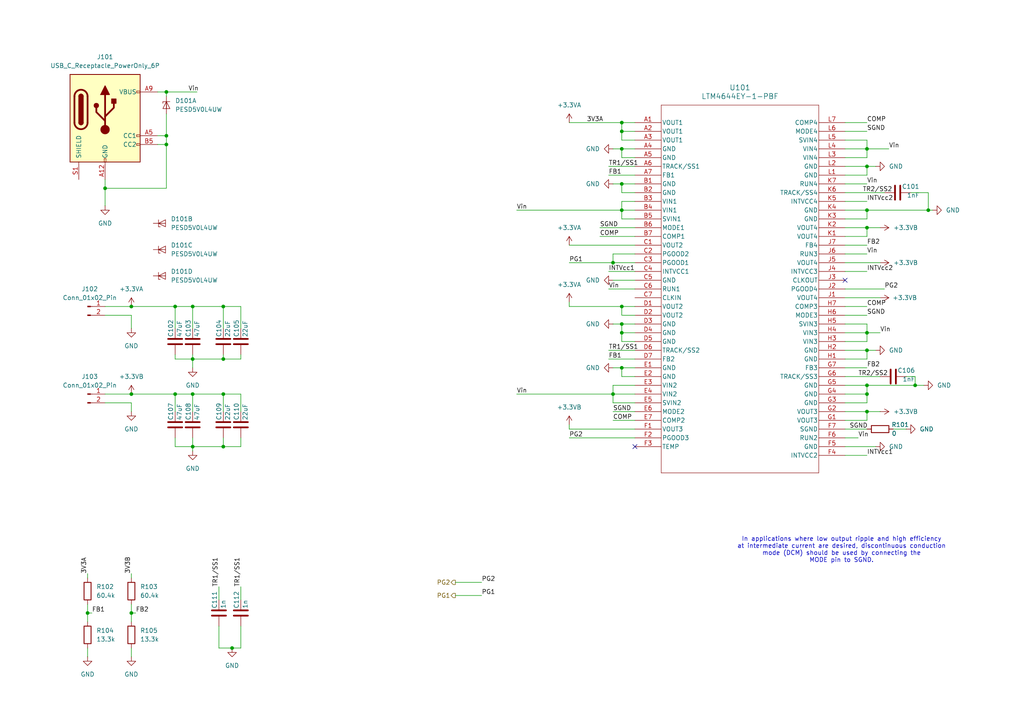
<source format=kicad_sch>
(kicad_sch (version 20231120) (generator "eeschema") (generator_version "8.0")
  (paper "A4")
  (lib_symbols
    (symbol "Connector:Conn_01x02_Pin" (pin_names (offset 1.016) hide)
      (property "Reference" "J" (at 0 2.54 0))
      (property "Value" "Conn_01x02_Pin" (at 0 -5.08 0))
      (symbol "Conn_01x02_Pin_1_1"
        (polyline (pts (xy 1.27 -2.54) (xy 0.8636 -2.54)) (stroke (width 0.1524)))
        (polyline (pts (xy 1.27 0) (xy 0.8636 0)) (stroke (width 0.1524)))
        (rectangle (start 0.8636 -2.413) (end 0 -2.667) (stroke (width 0.1524)) (fill (type outline)))
        (rectangle (start 0.8636 0.127) (end 0 -0.127) (stroke (width 0.1524)) (fill (type outline)))
        (pin passive line (at 5.08 0 180) (length 3.81) (name "Pin_1") (number "1"))
        (pin passive line (at 5.08 -2.54 180) (length 3.81) (name "Pin_2") (number "2"))
      )
    )
    (symbol "Connector:USB_C_Receptacle_PowerOnly_6P" (pin_names (offset 1.016))
      (property "Reference" "J" (at 0 16.51 0))
      (property "Value" "USB_C_Receptacle_PowerOnly_6P" (at 0 13.97 0))
      (symbol "USB_C_Receptacle_PowerOnly_6P_0_0"
        (rectangle (start -0.254 -12.7) (end 0.254 -11.684))
        (rectangle (start 10.16 -7.366) (end 9.144 -7.874))
        (rectangle (start 10.16 -4.826) (end 9.144 -5.334))
        (rectangle (start 10.16 7.874) (end 9.144 7.366))
      )
      (symbol "USB_C_Receptacle_PowerOnly_6P_0_1"
        (rectangle (start -10.16 12.7) (end 10.16 -12.7) (stroke (width 0.254)) (fill (type background)))
        (arc (start -8.89 -1.27) (mid -6.985 -3.1667) (end -5.08 -1.27) (stroke (width 0.508)))
        (arc (start -7.62 -1.27) (mid -6.985 -1.9023) (end -6.35 -1.27) (stroke (width 0.254)))
        (arc (start -7.62 -1.27) (mid -6.985 -1.9023) (end -6.35 -1.27) (stroke (width 0.254)) (fill (type outline)))
        (rectangle (start -7.62 -1.27) (end -6.35 6.35) (stroke (width 0.254)) (fill (type outline)))
        (arc (start -6.35 6.35) (mid -6.985 6.9823) (end -7.62 6.35) (stroke (width 0.254)))
        (arc (start -6.35 6.35) (mid -6.985 6.9823) (end -7.62 6.35) (stroke (width 0.254)) (fill (type outline)))
        (arc (start -5.08 6.35) (mid -6.985 8.2467) (end -8.89 6.35) (stroke (width 0.508)))
        (circle (center -2.54 3.683) (radius 0.635) (stroke (width 0.254)) (fill (type outline)))
        (circle (center 0 -3.302) (radius 1.27) (fill (type outline)))
        (polyline (pts (xy -8.89 -1.27) (xy -8.89 6.35)) (stroke (width 0.508)))
        (polyline (pts (xy -5.08 6.35) (xy -5.08 -1.27)) (stroke (width 0.508)))
        (polyline (pts (xy 0 -3.302) (xy 0 6.858)) (stroke (width 0.508)))
        (polyline (pts (xy 0 -0.762) (xy -2.54 1.778) (xy -2.54 3.048)) (stroke (width 0.508)))
        (polyline (pts (xy 0 0.508) (xy 2.54 3.048) (xy 2.54 4.318)) (stroke (width 0.508)))
        (polyline (pts (xy -1.27 6.858) (xy 0 9.398) (xy 1.27 6.858) (xy -1.27 6.858)) (stroke (width 0.254)) (fill (type outline)))
        (rectangle (start 1.905 4.318) (end 3.175 5.588) (stroke (width 0.254)) (fill (type outline)))
      )
      (symbol "USB_C_Receptacle_PowerOnly_6P_1_1"
        (pin passive line (at 0 -17.78 90) (length 5.08) (name "GND") (number "A12"))
        (pin bidirectional line (at 15.24 -5.08 180) (length 5.08) (name "CC1") (number "A5"))
        (pin passive line (at 15.24 7.62 180) (length 5.08) (name "VBUS") (number "A9"))
        (pin passive line (at 0 -17.78 90) (length 5.08) hide (name "GND") (number "B12"))
        (pin bidirectional line (at 15.24 -7.62 180) (length 5.08) (name "CC2") (number "B5"))
        (pin passive line (at 15.24 7.62 180) (length 5.08) hide (name "VBUS") (number "B9"))
        (pin passive line (at -7.62 -17.78 90) (length 5.08) (name "SHIELD") (number "S1"))
      )
    )
    (symbol "Device:C" (pin_numbers hide) (pin_names (offset 0.254))
      (property "Reference" "C" (at 0.635 2.54 0))
      (property "Value" "C" (at 0.635 -2.54 0))
      (symbol "C_0_1"
        (polyline (pts (xy -2.032 -0.762) (xy 2.032 -0.762)) (stroke (width 0.508)))
        (polyline (pts (xy -2.032 0.762) (xy 2.032 0.762)) (stroke (width 0.508)))
      )
      (symbol "C_1_1"
        (pin passive line (at 0 3.81 270) (length 2.794) (name "~") (number "1"))
        (pin passive line (at 0 -3.81 90) (length 2.794) (name "~") (number "2"))
      )
    )
    (symbol "Device:R" (pin_numbers hide) (pin_names (offset 0))
      (property "Reference" "R" (at 2.032 0 90))
      (property "Value" "R" (at 0 0 90))
      (symbol "R_0_1"
        (rectangle (start -1.016 -2.54) (end 1.016 2.54) (stroke (width 0.254)))
      )
      (symbol "R_1_1"
        (pin passive line (at 0 3.81 270) (length 1.27) (name "~") (number "1"))
        (pin passive line (at 0 -3.81 90) (length 1.27) (name "~") (number "2"))
      )
    )
    (symbol "LTM4644:LTM4644EY-1-PBF" (pin_names (offset 0.254))
      (property "Reference" "U" (at 30.48 10.16 0))
      (property "Value" "LTM4644EY-1-PBF" (at 30.48 7.62 0))
      (symbol "LTM4644EY-1-PBF_1_1"
        (polyline (pts (xy 7.62 -101.6) (xy 53.34 -101.6)) (stroke (width 0.127)))
        (polyline (pts (xy 7.62 5.08) (xy 7.62 -101.6)) (stroke (width 0.127)))
        (polyline (pts (xy 53.34 -101.6) (xy 53.34 5.08)) (stroke (width 0.127)))
        (polyline (pts (xy 53.34 5.08) (xy 7.62 5.08)) (stroke (width 0.127)))
        (pin output line (at 0 0 0) (length 7.62) (name "VOUT1") (number "A1"))
        (pin output line (at 0 -2.54 0) (length 7.62) (name "VOUT1") (number "A2"))
        (pin output line (at 0 -5.08 0) (length 7.62) (name "VOUT1") (number "A3"))
        (pin power_in line (at 0 -7.62 0) (length 7.62) (name "GND") (number "A4"))
        (pin power_in line (at 0 -10.16 0) (length 7.62) (name "GND") (number "A5"))
        (pin unspecified line (at 0 -12.7 0) (length 7.62) (name "TRACK/SS1") (number "A6"))
        (pin unspecified line (at 0 -15.24 0) (length 7.62) (name "FB1") (number "A7"))
        (pin power_in line (at 0 -17.78 0) (length 7.62) (name "GND") (number "B1"))
        (pin power_in line (at 0 -20.32 0) (length 7.62) (name "GND") (number "B2"))
        (pin input line (at 0 -22.86 0) (length 7.62) (name "VIN1") (number "B3"))
        (pin input line (at 0 -25.4 0) (length 7.62) (name "VIN1") (number "B4"))
        (pin input line (at 0 -27.94 0) (length 7.62) (name "SVIN1") (number "B5"))
        (pin unspecified line (at 0 -30.48 0) (length 7.62) (name "MODE1") (number "B6"))
        (pin unspecified line (at 0 -33.02 0) (length 7.62) (name "COMP1") (number "B7"))
        (pin output line (at 0 -35.56 0) (length 7.62) (name "VOUT2") (number "C1"))
        (pin unspecified line (at 0 -38.1 0) (length 7.62) (name "PGOOD2") (number "C2"))
        (pin unspecified line (at 0 -40.64 0) (length 7.62) (name "PGOOD1") (number "C3"))
        (pin power_in line (at 0 -43.18 0) (length 7.62) (name "INTVCC1") (number "C4"))
        (pin power_in line (at 0 -45.72 0) (length 7.62) (name "GND") (number "C5"))
        (pin unspecified line (at 0 -48.26 0) (length 7.62) (name "RUN1") (number "C6"))
        (pin input line (at 0 -50.8 0) (length 7.62) (name "CLKIN") (number "C7"))
        (pin output line (at 0 -53.34 0) (length 7.62) (name "VOUT2") (number "D1"))
        (pin output line (at 0 -55.88 0) (length 7.62) (name "VOUT2") (number "D2"))
        (pin power_in line (at 0 -58.42 0) (length 7.62) (name "GND") (number "D3"))
        (pin power_in line (at 0 -60.96 0) (length 7.62) (name "GND") (number "D4"))
        (pin power_in line (at 0 -63.5 0) (length 7.62) (name "GND") (number "D5"))
        (pin unspecified line (at 0 -66.04 0) (length 7.62) (name "TRACK/SS2") (number "D6"))
        (pin unspecified line (at 0 -68.58 0) (length 7.62) (name "FB2") (number "D7"))
        (pin power_in line (at 0 -71.12 0) (length 7.62) (name "GND") (number "E1"))
        (pin power_in line (at 0 -73.66 0) (length 7.62) (name "GND") (number "E2"))
        (pin input line (at 0 -76.2 0) (length 7.62) (name "VIN2") (number "E3"))
        (pin input line (at 0 -78.74 0) (length 7.62) (name "VIN2") (number "E4"))
        (pin input line (at 0 -81.28 0) (length 7.62) (name "SVIN2") (number "E5"))
        (pin unspecified line (at 0 -83.82 0) (length 7.62) (name "MODE2") (number "E6"))
        (pin unspecified line (at 0 -86.36 0) (length 7.62) (name "COMP2") (number "E7"))
        (pin output line (at 0 -88.9 0) (length 7.62) (name "VOUT3") (number "F1"))
        (pin unspecified line (at 0 -91.44 0) (length 7.62) (name "PGOOD3") (number "F2"))
        (pin unspecified line (at 0 -93.98 0) (length 7.62) (name "TEMP") (number "F3"))
        (pin power_in line (at 60.96 -96.52 180) (length 7.62) (name "INTVCC2") (number "F4"))
        (pin power_in line (at 60.96 -93.98 180) (length 7.62) (name "GND") (number "F5"))
        (pin unspecified line (at 60.96 -91.44 180) (length 7.62) (name "RUN2") (number "F6"))
        (pin power_in line (at 60.96 -88.9 180) (length 7.62) (name "SGND") (number "F7"))
        (pin output line (at 60.96 -86.36 180) (length 7.62) (name "VOUT3") (number "G1"))
        (pin output line (at 60.96 -83.82 180) (length 7.62) (name "VOUT3") (number "G2"))
        (pin power_in line (at 60.96 -81.28 180) (length 7.62) (name "GND") (number "G3"))
        (pin power_in line (at 60.96 -78.74 180) (length 7.62) (name "GND") (number "G4"))
        (pin power_in line (at 60.96 -76.2 180) (length 7.62) (name "GND") (number "G5"))
        (pin unspecified line (at 60.96 -73.66 180) (length 7.62) (name "TRACK/SS3") (number "G6"))
        (pin unspecified line (at 60.96 -71.12 180) (length 7.62) (name "FB3") (number "G7"))
        (pin power_in line (at 60.96 -68.58 180) (length 7.62) (name "GND") (number "H1"))
        (pin power_in line (at 60.96 -66.04 180) (length 7.62) (name "GND") (number "H2"))
        (pin input line (at 60.96 -63.5 180) (length 7.62) (name "VIN3") (number "H3"))
        (pin input line (at 60.96 -60.96 180) (length 7.62) (name "VIN3") (number "H4"))
        (pin input line (at 60.96 -58.42 180) (length 7.62) (name "SVIN3") (number "H5"))
        (pin unspecified line (at 60.96 -55.88 180) (length 7.62) (name "MODE3") (number "H6"))
        (pin unspecified line (at 60.96 -53.34 180) (length 7.62) (name "COMP3") (number "H7"))
        (pin output line (at 60.96 -50.8 180) (length 7.62) (name "VOUT4") (number "J1"))
        (pin unspecified line (at 60.96 -48.26 180) (length 7.62) (name "PGOOD4") (number "J2"))
        (pin output line (at 60.96 -45.72 180) (length 7.62) (name "CLKOUT") (number "J3"))
        (pin power_in line (at 60.96 -43.18 180) (length 7.62) (name "INTVCC3") (number "J4"))
        (pin output line (at 60.96 -40.64 180) (length 7.62) (name "VOUT4") (number "J5"))
        (pin unspecified line (at 60.96 -38.1 180) (length 7.62) (name "RUN3") (number "J6"))
        (pin unspecified line (at 60.96 -35.56 180) (length 7.62) (name "FB4") (number "J7"))
        (pin output line (at 60.96 -33.02 180) (length 7.62) (name "VOUT4") (number "K1"))
        (pin output line (at 60.96 -30.48 180) (length 7.62) (name "VOUT4") (number "K2"))
        (pin power_in line (at 60.96 -27.94 180) (length 7.62) (name "GND") (number "K3"))
        (pin power_in line (at 60.96 -25.4 180) (length 7.62) (name "GND") (number "K4"))
        (pin power_in line (at 60.96 -22.86 180) (length 7.62) (name "INTVCC4") (number "K5"))
        (pin unspecified line (at 60.96 -20.32 180) (length 7.62) (name "TRACK/SS4") (number "K6"))
        (pin unspecified line (at 60.96 -17.78 180) (length 7.62) (name "RUN4") (number "K7"))
        (pin power_in line (at 60.96 -15.24 180) (length 7.62) (name "GND") (number "L1"))
        (pin power_in line (at 60.96 -12.7 180) (length 7.62) (name "GND") (number "L2"))
        (pin input line (at 60.96 -10.16 180) (length 7.62) (name "VIN4") (number "L3"))
        (pin input line (at 60.96 -7.62 180) (length 7.62) (name "VIN4") (number "L4"))
        (pin input line (at 60.96 -5.08 180) (length 7.62) (name "SVIN4") (number "L5"))
        (pin unspecified line (at 60.96 -2.54 180) (length 7.62) (name "MODE4") (number "L6"))
        (pin unspecified line (at 60.96 0 180) (length 7.62) (name "COMP4") (number "L7"))
      )
    )
    (symbol "Power_Protection:PESD5V0L4UW" (pin_numbers hide) (pin_names hide)
      (property "Reference" "D" (at 0 2.54 0))
      (property "Value" "PESD5V0L4UW" (at 0 -2.54 0))
      (symbol "PESD5V0L4UW_0_1"
        (polyline (pts (xy -1.016 0) (xy 1.016 0)))
        (polyline (pts (xy -1.016 1.016) (xy -1.016 -1.016) (xy -0.508 -1.016)))
        (polyline (pts (xy 1.016 1.016) (xy -1.016 0) (xy 1.016 -1.016) (xy 1.016 1.016)))
      )
      (symbol "PESD5V0L4UW_1_1"
        (pin passive line (at -2.54 0 0) (length 2.54) (name "K1") (number "1"))
        (pin passive line (at 2.54 0 180) (length 2.54) (name "A") (number "2"))
      )
      (symbol "PESD5V0L4UW_2_1"
        (pin passive line (at -2.54 0 0) (length 2.54) (name "K2") (number "3"))
      )
      (symbol "PESD5V0L4UW_3_1"
        (pin passive line (at -2.54 0 0) (length 2.54) (name "K3") (number "4"))
      )
      (symbol "PESD5V0L4UW_4_1"
        (pin passive line (at -2.54 0 0) (length 2.54) (name "K4") (number "5"))
      )
    )
    (symbol "power:+3.3V" (power) (pin_numbers hide) (pin_names (offset 0) hide)
      (property "Value" "+3.3V" (at 0 3.556 0))
      (symbol "+3.3V_0_1"
        (polyline (pts (xy -0.762 1.27) (xy 0 2.54)))
        (polyline (pts (xy 0 0) (xy 0 2.54)))
        (polyline (pts (xy 0 2.54) (xy 0.762 1.27)))
      )
      (symbol "+3.3V_1_1"
        (pin power_in line (at 0 0 90) (length 0) (name "~") (number "1"))
      )
    )
    (symbol "power:GND" (power) (pin_numbers hide) (pin_names (offset 0) hide)
      (property "Value" "GND" (at 0 -3.81 0))
      (symbol "GND_0_1"
        (polyline (pts (xy 0 0) (xy 0 -1.27) (xy 1.27 -1.27) (xy 0 -2.54) (xy -1.27 -1.27) (xy 0 -1.27)))
      )
      (symbol "GND_1_1"
        (pin power_in line (at 0 0 270) (length 0) (name "~") (number "1"))
      )
    )
  )
  (junction (at 180.34 38.1))
  (junction (at 38.1 177.8))
  (junction (at 25.4 177.8))
  (junction (at 251.46 114.3))
  (junction (at 180.34 43.18))
  (junction (at 55.88 104.14))
  (junction (at 55.88 129.54))
  (junction (at 180.34 60.96))
  (junction (at 30.48 54.61))
  (junction (at 251.46 119.38))
  (junction (at 177.8 114.3))
  (junction (at 67.31 187.96))
  (junction (at 180.34 93.98))
  (junction (at 180.34 96.52))
  (junction (at 177.8 76.2))
  (junction (at 48.26 41.91))
  (junction (at 38.1 114.3))
  (junction (at 180.34 53.34))
  (junction (at 64.77 104.14))
  (junction (at 251.46 96.52))
  (junction (at 251.46 48.26))
  (junction (at 265.43 111.76))
  (junction (at 55.88 88.9))
  (junction (at 64.77 129.54))
  (junction (at 251.46 101.6))
  (junction (at 180.34 88.9))
  (junction (at 251.46 60.96))
  (junction (at 48.26 39.37))
  (junction (at 38.1 88.9))
  (junction (at 64.77 114.3))
  (junction (at 251.46 43.18))
  (junction (at 251.46 66.04))
  (junction (at 269.24 60.96))
  (junction (at 50.8 114.3))
  (junction (at 180.34 35.56))
  (junction (at 55.88 114.3))
  (junction (at 50.8 88.9))
  (junction (at 48.26 26.67))
  (junction (at 251.46 111.76))
  (junction (at 64.77 88.9))
  (junction (at 180.34 106.68))
  (no_connect (at 184.15 129.54))
  (no_connect (at 245.11 81.28))
  (wire (pts (xy 55.88 88.9) (xy 55.88 95.25)))
  (wire (pts (xy 269.24 55.88) (xy 269.24 60.96)))
  (wire (pts (xy 180.34 106.68) (xy 184.15 106.68)))
  (wire (pts (xy 48.26 54.61) (xy 48.26 41.91)))
  (wire (pts (xy 176.53 83.82) (xy 184.15 83.82)))
  (wire (pts (xy 245.11 60.96) (xy 251.46 60.96)))
  (wire (pts (xy 38.1 175.26) (xy 38.1 177.8)))
  (wire (pts (xy 245.11 88.9) (xy 251.46 88.9)))
  (wire (pts (xy 184.15 63.5) (xy 180.34 63.5)))
  (wire (pts (xy 55.88 129.54) (xy 64.77 129.54)))
  (wire (pts (xy 245.11 111.76) (xy 251.46 111.76)))
  (wire (pts (xy 184.15 104.14) (xy 176.53 104.14)))
  (wire (pts (xy 176.53 50.8) (xy 184.15 50.8)))
  (wire (pts (xy 265.43 109.22) (xy 265.43 111.76)))
  (wire (pts (xy 69.85 170.18) (xy 69.85 173.99)))
  (wire (pts (xy 177.8 119.38) (xy 184.15 119.38)))
  (wire (pts (xy 55.88 104.14) (xy 55.88 102.87)))
  (wire (pts (xy 180.34 43.18) (xy 184.15 43.18)))
  (wire (pts (xy 173.99 68.58) (xy 184.15 68.58)))
  (wire (pts (xy 264.16 55.88) (xy 269.24 55.88)))
  (wire (pts (xy 251.46 116.84) (xy 251.46 114.3)))
  (wire (pts (xy 165.1 88.9) (xy 180.34 88.9)))
  (wire (pts (xy 251.46 40.64) (xy 251.46 43.18)))
  (wire (pts (xy 269.24 60.96) (xy 270.51 60.96)))
  (wire (pts (xy 64.77 102.87) (xy 64.77 104.14)))
  (wire (pts (xy 184.15 99.06) (xy 180.34 99.06)))
  (wire (pts (xy 180.34 60.96) (xy 180.34 58.42)))
  (wire (pts (xy 38.1 91.44) (xy 30.48 91.44)))
  (wire (pts (xy 25.4 177.8) (xy 25.4 180.34)))
  (wire (pts (xy 180.34 63.5) (xy 180.34 60.96)))
  (wire (pts (xy 69.85 119.38) (xy 69.85 114.3)))
  (wire (pts (xy 38.1 95.25) (xy 38.1 91.44)))
  (wire (pts (xy 251.46 99.06) (xy 245.11 99.06)))
  (wire (pts (xy 64.77 104.14) (xy 55.88 104.14)))
  (wire (pts (xy 251.46 66.04) (xy 255.27 66.04)))
  (wire (pts (xy 69.85 181.61) (xy 69.85 187.96)))
  (wire (pts (xy 251.46 111.76) (xy 265.43 111.76)))
  (wire (pts (xy 64.77 127) (xy 64.77 129.54)))
  (wire (pts (xy 245.11 101.6) (xy 251.46 101.6)))
  (wire (pts (xy 245.11 63.5) (xy 251.46 63.5)))
  (wire (pts (xy 245.11 127) (xy 248.92 127)))
  (wire (pts (xy 177.8 114.3) (xy 177.8 111.76)))
  (wire (pts (xy 38.1 166.37) (xy 38.1 167.64)))
  (wire (pts (xy 177.8 121.92) (xy 184.15 121.92)))
  (wire (pts (xy 184.15 45.72) (xy 180.34 45.72)))
  (wire (pts (xy 180.34 58.42) (xy 184.15 58.42)))
  (wire (pts (xy 176.53 78.74) (xy 184.15 78.74)))
  (wire (pts (xy 245.11 96.52) (xy 251.46 96.52)))
  (wire (pts (xy 180.34 91.44) (xy 180.34 88.9)))
  (wire (pts (xy 180.34 35.56) (xy 184.15 35.56)))
  (wire (pts (xy 165.1 76.2) (xy 177.8 76.2)))
  (wire (pts (xy 30.48 114.3) (xy 38.1 114.3)))
  (wire (pts (xy 177.8 76.2) (xy 177.8 73.66)))
  (wire (pts (xy 55.88 114.3) (xy 64.77 114.3)))
  (wire (pts (xy 64.77 114.3) (xy 69.85 114.3)))
  (wire (pts (xy 251.46 50.8) (xy 251.46 48.26)))
  (wire (pts (xy 245.11 35.56) (xy 251.46 35.56)))
  (wire (pts (xy 180.34 55.88) (xy 180.34 53.34)))
  (wire (pts (xy 251.46 48.26) (xy 254 48.26)))
  (wire (pts (xy 184.15 114.3) (xy 177.8 114.3)))
  (wire (pts (xy 63.5 187.96) (xy 67.31 187.96)))
  (wire (pts (xy 251.46 93.98) (xy 251.46 96.52)))
  (wire (pts (xy 184.15 124.46) (xy 165.1 124.46)))
  (wire (pts (xy 64.77 119.38) (xy 64.77 114.3)))
  (wire (pts (xy 30.48 54.61) (xy 30.48 59.69)))
  (wire (pts (xy 177.8 106.68) (xy 180.34 106.68)))
  (wire (pts (xy 245.11 114.3) (xy 251.46 114.3)))
  (wire (pts (xy 251.46 43.18) (xy 257.81 43.18)))
  (wire (pts (xy 180.34 96.52) (xy 184.15 96.52)))
  (wire (pts (xy 180.34 60.96) (xy 184.15 60.96)))
  (wire (pts (xy 251.46 101.6) (xy 254 101.6)))
  (wire (pts (xy 149.86 114.3) (xy 177.8 114.3)))
  (wire (pts (xy 245.11 66.04) (xy 251.46 66.04)))
  (wire (pts (xy 251.46 119.38) (xy 251.46 121.92)))
  (wire (pts (xy 38.1 119.38) (xy 38.1 116.84)))
  (wire (pts (xy 48.26 39.37) (xy 48.26 41.91)))
  (wire (pts (xy 50.8 114.3) (xy 55.88 114.3)))
  (wire (pts (xy 55.88 106.68) (xy 55.88 104.14)))
  (wire (pts (xy 262.89 109.22) (xy 265.43 109.22)))
  (wire (pts (xy 251.46 66.04) (xy 251.46 68.58)))
  (wire (pts (xy 25.4 175.26) (xy 25.4 177.8)))
  (wire (pts (xy 180.34 88.9) (xy 184.15 88.9)))
  (wire (pts (xy 180.34 93.98) (xy 180.34 96.52)))
  (wire (pts (xy 251.46 63.5) (xy 251.46 60.96)))
  (wire (pts (xy 180.34 53.34) (xy 184.15 53.34)))
  (wire (pts (xy 245.11 132.08) (xy 251.46 132.08)))
  (wire (pts (xy 176.53 101.6) (xy 184.15 101.6)))
  (wire (pts (xy 184.15 40.64) (xy 180.34 40.64)))
  (wire (pts (xy 50.8 102.87) (xy 50.8 104.14)))
  (wire (pts (xy 245.11 43.18) (xy 251.46 43.18)))
  (wire (pts (xy 50.8 114.3) (xy 50.8 119.38)))
  (wire (pts (xy 180.34 38.1) (xy 184.15 38.1)))
  (wire (pts (xy 245.11 76.2) (xy 255.27 76.2)))
  (wire (pts (xy 245.11 38.1) (xy 251.46 38.1)))
  (wire (pts (xy 177.8 53.34) (xy 180.34 53.34)))
  (wire (pts (xy 245.11 73.66) (xy 251.46 73.66)))
  (wire (pts (xy 50.8 127) (xy 50.8 129.54)))
  (wire (pts (xy 245.11 53.34) (xy 251.46 53.34)))
  (wire (pts (xy 63.5 170.18) (xy 63.5 173.99)))
  (wire (pts (xy 177.8 116.84) (xy 177.8 114.3)))
  (wire (pts (xy 180.34 99.06) (xy 180.34 96.52)))
  (wire (pts (xy 245.11 119.38) (xy 251.46 119.38)))
  (wire (pts (xy 45.72 26.67) (xy 48.26 26.67)))
  (wire (pts (xy 25.4 166.37) (xy 25.4 167.64)))
  (wire (pts (xy 184.15 116.84) (xy 177.8 116.84)))
  (wire (pts (xy 30.48 54.61) (xy 48.26 54.61)))
  (wire (pts (xy 69.85 102.87) (xy 69.85 104.14)))
  (wire (pts (xy 38.1 187.96) (xy 38.1 190.5)))
  (wire (pts (xy 180.34 93.98) (xy 184.15 93.98)))
  (wire (pts (xy 251.46 45.72) (xy 245.11 45.72)))
  (wire (pts (xy 63.5 181.61) (xy 63.5 187.96)))
  (wire (pts (xy 30.48 52.07) (xy 30.48 54.61)))
  (wire (pts (xy 245.11 86.36) (xy 255.27 86.36)))
  (wire (pts (xy 251.46 68.58) (xy 245.11 68.58)))
  (wire (pts (xy 251.46 114.3) (xy 251.46 111.76)))
  (wire (pts (xy 149.86 60.96) (xy 180.34 60.96)))
  (wire (pts (xy 180.34 45.72) (xy 180.34 43.18)))
  (wire (pts (xy 25.4 187.96) (xy 25.4 190.5)))
  (wire (pts (xy 45.72 39.37) (xy 48.26 39.37)))
  (wire (pts (xy 184.15 109.22) (xy 180.34 109.22)))
  (wire (pts (xy 55.88 129.54) (xy 55.88 127)))
  (wire (pts (xy 245.11 106.68) (xy 251.46 106.68)))
  (wire (pts (xy 245.11 48.26) (xy 251.46 48.26)))
  (wire (pts (xy 173.99 66.04) (xy 184.15 66.04)))
  (wire (pts (xy 25.4 177.8) (xy 26.67 177.8)))
  (wire (pts (xy 245.11 91.44) (xy 251.46 91.44)))
  (wire (pts (xy 180.34 38.1) (xy 180.34 35.56)))
  (wire (pts (xy 64.77 129.54) (xy 69.85 129.54)))
  (wire (pts (xy 55.88 88.9) (xy 64.77 88.9)))
  (wire (pts (xy 176.53 48.26) (xy 184.15 48.26)))
  (wire (pts (xy 48.26 33.02) (xy 48.26 39.37)))
  (wire (pts (xy 184.15 55.88) (xy 180.34 55.88)))
  (wire (pts (xy 245.11 83.82) (xy 256.54 83.82)))
  (wire (pts (xy 245.11 40.64) (xy 251.46 40.64)))
  (wire (pts (xy 245.11 78.74) (xy 251.46 78.74)))
  (wire (pts (xy 48.26 41.91) (xy 45.72 41.91)))
  (wire (pts (xy 180.34 40.64) (xy 180.34 38.1)))
  (wire (pts (xy 50.8 88.9) (xy 55.88 88.9)))
  (wire (pts (xy 38.1 88.9) (xy 50.8 88.9)))
  (wire (pts (xy 64.77 104.14) (xy 69.85 104.14)))
  (wire (pts (xy 245.11 129.54) (xy 254 129.54)))
  (wire (pts (xy 50.8 129.54) (xy 55.88 129.54)))
  (wire (pts (xy 251.46 104.14) (xy 251.46 101.6)))
  (wire (pts (xy 245.11 116.84) (xy 251.46 116.84)))
  (wire (pts (xy 245.11 50.8) (xy 251.46 50.8)))
  (wire (pts (xy 50.8 104.14) (xy 55.88 104.14)))
  (wire (pts (xy 180.34 106.68) (xy 180.34 109.22)))
  (wire (pts (xy 48.26 26.67) (xy 57.15 26.67)))
  (wire (pts (xy 184.15 91.44) (xy 180.34 91.44)))
  (wire (pts (xy 245.11 109.22) (xy 255.27 109.22)))
  (wire (pts (xy 165.1 87.63) (xy 165.1 88.9)))
  (wire (pts (xy 245.11 124.46) (xy 251.46 124.46)))
  (wire (pts (xy 165.1 71.12) (xy 184.15 71.12)))
  (wire (pts (xy 165.1 123.19) (xy 165.1 124.46)))
  (wire (pts (xy 245.11 93.98) (xy 251.46 93.98)))
  (wire (pts (xy 38.1 177.8) (xy 39.37 177.8)))
  (wire (pts (xy 245.11 55.88) (xy 256.54 55.88)))
  (wire (pts (xy 67.31 187.96) (xy 69.85 187.96)))
  (wire (pts (xy 251.46 60.96) (xy 269.24 60.96)))
  (wire (pts (xy 259.08 124.46) (xy 262.89 124.46)))
  (wire (pts (xy 177.8 43.18) (xy 180.34 43.18)))
  (wire (pts (xy 177.8 81.28) (xy 184.15 81.28)))
  (wire (pts (xy 265.43 111.76) (xy 267.97 111.76)))
  (wire (pts (xy 48.26 26.67) (xy 48.26 27.94)))
  (wire (pts (xy 180.34 93.98) (xy 177.8 93.98)))
  (wire (pts (xy 165.1 35.56) (xy 180.34 35.56)))
  (wire (pts (xy 245.11 71.12) (xy 251.46 71.12)))
  (wire (pts (xy 55.88 130.81) (xy 55.88 129.54)))
  (wire (pts (xy 245.11 104.14) (xy 251.46 104.14)))
  (wire (pts (xy 251.46 96.52) (xy 255.27 96.52)))
  (wire (pts (xy 50.8 88.9) (xy 50.8 95.25)))
  (wire (pts (xy 69.85 129.54) (xy 69.85 127)))
  (wire (pts (xy 55.88 114.3) (xy 55.88 119.38)))
  (wire (pts (xy 38.1 177.8) (xy 38.1 180.34)))
  (wire (pts (xy 177.8 111.76) (xy 184.15 111.76)))
  (wire (pts (xy 184.15 76.2) (xy 177.8 76.2)))
  (wire (pts (xy 251.46 43.18) (xy 251.46 45.72)))
  (wire (pts (xy 69.85 95.25) (xy 69.85 88.9)))
  (wire (pts (xy 177.8 73.66) (xy 184.15 73.66)))
  (wire (pts (xy 251.46 96.52) (xy 251.46 99.06)))
  (wire (pts (xy 245.11 58.42) (xy 251.46 58.42)))
  (wire (pts (xy 64.77 88.9) (xy 69.85 88.9)))
  (wire (pts (xy 251.46 121.92) (xy 245.11 121.92)))
  (wire (pts (xy 132.08 168.91) (xy 139.7 168.91)))
  (wire (pts (xy 165.1 127) (xy 184.15 127)))
  (wire (pts (xy 64.77 95.25) (xy 64.77 88.9)))
  (wire (pts (xy 30.48 88.9) (xy 38.1 88.9)))
  (wire (pts (xy 38.1 114.3) (xy 50.8 114.3)))
  (wire (pts (xy 251.46 119.38) (xy 255.27 119.38)))
  (wire (pts (xy 38.1 116.84) (xy 30.48 116.84)))
  (wire (pts (xy 132.08 172.72) (xy 139.7 172.72)))
  (text "In applications where low output ripple and high efficiency\nat intermediate current are desired, discontinuous conduction\nmode (DCM) should be used by connecting the\nMODE pin to SGND." (at 244.094 159.512 0) (effects (font (size 1.27 1.27))))
  (label "Vin" (at 251.46 73.66 0))
  (label "Vin" (at 149.86 114.3 0))
  (label "PG2" (at 165.1 127 0))
  (label "COMP" (at 251.46 88.9 0))
  (label "INTVcc1" (at 176.53 78.74 0))
  (label "INTVcc2" (at 251.46 58.42 0))
  (label "COMP" (at 177.8 121.92 0))
  (label "FB2" (at 251.46 71.12 0))
  (label "SGND" (at 246.38 124.46 0))
  (label "FB1" (at 26.67 177.8 0))
  (label "TR1{slash}SS1" (at 176.53 48.26 0))
  (label "TR1{slash}SS1" (at 63.5 170.18 90))
  (label "TR2{slash}SS2" (at 248.92 109.22 0))
  (label "FB2" (at 251.46 106.68 0))
  (label "Vin" (at 248.92 127 0))
  (label "FB1" (at 176.53 104.14 0))
  (label "3V3A" (at 170.18 35.56 0))
  (label "PG2" (at 139.7 168.91 0))
  (label "Vin" (at 251.46 53.34 0))
  (label "INTVcc2" (at 251.46 78.74 0))
  (label "SGND" (at 251.46 38.1 0))
  (label "Vin" (at 149.86 60.96 0))
  (label "TR1{slash}SS1" (at 176.53 101.6 0))
  (label "Vin" (at 54.61 26.67 0))
  (label "3V3A" (at 25.4 166.37 90))
  (label "SGND" (at 173.99 66.04 0))
  (label "Vin" (at 257.81 43.18 0))
  (label "COMP" (at 251.46 35.56 0))
  (label "Vin" (at 255.27 96.52 0))
  (label "PG2" (at 256.54 83.82 0))
  (label "TR2{slash}SS2" (at 250.19 55.88 0))
  (label "COMP" (at 173.99 68.58 0))
  (label "SGND" (at 177.8 119.38 0))
  (label "3V3B" (at 38.1 166.37 90))
  (label "Vin" (at 176.53 83.82 0))
  (label "INTVcc1" (at 251.46 132.08 0))
  (label "FB1" (at 176.53 50.8 0))
  (label "PG1" (at 139.7 172.72 0))
  (label "PG1" (at 165.1 76.2 0))
  (label "FB2" (at 39.37 177.8 0))
  (label "TR1{slash}SS1" (at 69.85 170.18 90))
  (label "SGND" (at 251.46 91.44 0))
  (hierarchical_label "PG1" (shape output) (at 132.08 172.72 180))
  (hierarchical_label "PG2" (shape output) (at 132.08 168.91 180))
  (symbol (lib_id "Device:C") (at 69.85 123.19 0) (unit 1)
    (property "Reference" "C110" (at 68.58 121.92 90) (effects (justify left)))
    (property "Value" "22uF" (at 71.12 121.92 90) (effects (justify left)))
    (property "Footprint" "Capacitor_SMD:C_0603_1608Metric" (effects (hide yes)))
    (property "Description" "CAP CER 10UF 4V X5R 0603" (effects (hide yes)))
  )
  (symbol (lib_id "power:GND") (at 38.1 95.25 0) (unit 1)
    (property "Reference" "#PWR0115" (effects (hide yes)))
    (property "Value" "GND" (at 38.1 100.33 0))
    (property "Description" "Power symbol creates a global label with name \"GND\" , ground" (effects (hide yes)))
  )
  (symbol (lib_id "Device:R") (at 255.27 124.46 90) (unit 1)
    (property "Reference" "R101" (at 261.112 123.19 90))
    (property "Value" "0" (at 259.334 125.73 90))
    (property "Footprint" "Resistor_SMD:R_0603_1608Metric" (effects (hide yes)))
    (property "Description" "Resistor" (effects (hide yes)))
  )
  (symbol (lib_id "power:GND") (at 38.1 119.38 0) (unit 1)
    (property "Reference" "#PWR0121" (effects (hide yes)))
    (property "Value" "GND" (at 38.1 124.46 0))
    (property "Description" "Power symbol creates a global label with name \"GND\" , ground" (effects (hide yes)))
  )
  (symbol (lib_id "Device:C") (at 69.85 99.06 0) (unit 1)
    (property "Reference" "C105" (at 68.58 97.79 90) (effects (justify left)))
    (property "Value" "22uF" (at 71.12 97.79 90) (effects (justify left)))
    (property "Footprint" "Capacitor_SMD:C_0603_1608Metric" (effects (hide yes)))
    (property "Description" "CAP CER 10UF 4V X5R 0603" (effects (hide yes)))
  )
  (symbol (lib_id "Power_Protection:PESD5V0L4UW") (at 46.99 64.77 0) (unit 2)
    (property "Reference" "D101" (at 49.53 63.4999 0) (effects (justify left)))
    (property "Value" "PESD5V0L4UW" (at 49.53 66.0399 0) (effects (justify left)))
    (property "Footprint" "Package_TO_SOT_SMD:SOT-665" (effects (hide yes)))
    (property "Datasheet" "https://assets.nexperia.com/documents/data-sheet/PESDXL4UF_G_W.pdf" (effects (hide yes)))
    (property "Description" "Low capacitance unidirectional quadruple ESD protection diode array, 5.0V, Common Anode, SOT-665" (effects (hide yes)))
  )
  (symbol (lib_id "Power_Protection:PESD5V0L4UW") (at 46.99 80.01 0) (unit 4)
    (property "Reference" "D101" (at 49.53 78.7399 0) (effects (justify left)))
    (property "Value" "PESD5V0L4UW" (at 49.53 81.2799 0) (effects (justify left)))
    (property "Footprint" "Package_TO_SOT_SMD:SOT-665" (effects (hide yes)))
    (property "Datasheet" "https://assets.nexperia.com/documents/data-sheet/PESDXL4UF_G_W.pdf" (effects (hide yes)))
    (property "Description" "Low capacitance unidirectional quadruple ESD protection diode array, 5.0V, Common Anode, SOT-665" (effects (hide yes)))
  )
  (symbol (lib_id "power:GND") (at 55.88 130.81 0) (unit 1)
    (property "Reference" "#PWR0126" (effects (hide yes)))
    (property "Value" "GND" (at 55.88 135.89 0))
    (property "Description" "Power symbol creates a global label with name \"GND\" , ground" (effects (hide yes)))
  )
  (symbol (lib_id "Power_Protection:PESD5V0L4UW") (at 48.26 30.48 270) (unit 1)
    (property "Reference" "D101" (at 50.8 29.2099 90) (effects (justify left)))
    (property "Value" "PESD5V0L4UW" (at 50.8 31.7499 90) (effects (justify left)))
    (property "Footprint" "Package_TO_SOT_SMD:SOT-665" (effects (hide yes)))
    (property "Datasheet" "https://assets.nexperia.com/documents/data-sheet/PESDXL4UF_G_W.pdf" (effects (hide yes)))
    (property "Description" "Low capacitance unidirectional quadruple ESD protection diode array, 5.0V, Common Anode, SOT-665" (effects (hide yes)))
  )
  (symbol (lib_id "Connector:Conn_01x02_Pin") (at 25.4 114.3 0) (unit 1)
    (property "Reference" "J103" (at 26.035 109.22 0))
    (property "Value" "Conn_01x02_Pin" (at 26.035 111.76 0))
    (property "Footprint" "Connector_JST:JST_EH_B2B-EH-A_1x02_P2.50mm_Vertical" (effects (hide yes)))
    (property "Description" "Generic connector, single row, 01x02, script generated" (effects (hide yes)))
  )
  (symbol (lib_id "power:GND") (at 177.8 81.28 270) (unit 1)
    (property "Reference" "#PWR0110" (effects (hide yes)))
    (property "Value" "GND" (at 173.99 81.2799 90) (effects (justify right)))
    (property "Description" "Power symbol creates a global label with name \"GND\" , ground" (effects (hide yes)))
  )
  (symbol (lib_id "power:GND") (at 67.31 187.96 0) (unit 1)
    (property "Reference" "#PWR0127" (effects (hide yes)))
    (property "Value" "GND" (at 67.31 193.04 0))
    (property "Description" "Power symbol creates a global label with name \"GND\" , ground" (effects (hide yes)))
  )
  (symbol (lib_id "Device:R") (at 25.4 171.45 0) (unit 1)
    (property "Reference" "R102" (at 27.94 170.1799 0) (effects (justify left)))
    (property "Value" "60.4k" (at 27.94 172.7199 0) (effects (justify left)))
    (property "Footprint" "Resistor_SMD:R_0603_1608Metric" (effects (hide yes)))
    (property "Description" "Resistor" (effects (hide yes)))
  )
  (symbol (lib_id "Device:C") (at 55.88 123.19 0) (unit 1)
    (property "Reference" "C108" (at 54.61 121.92 90) (effects (justify left)))
    (property "Value" "47uF" (at 57.15 121.92 90) (effects (justify left)))
    (property "Footprint" "Capacitor_SMD:C_1206_3216Metric" (effects (hide yes)))
    (property "Description" "Unpolarized capacitor" (effects (hide yes)))
  )
  (symbol (lib_id "Connector:USB_C_Receptacle_PowerOnly_6P") (at 30.48 34.29 0) (unit 1)
    (property "Reference" "J101" (at 30.48 16.51 0))
    (property "Value" "USB_C_Receptacle_PowerOnly_6P" (at 30.48 19.05 0))
    (property "Footprint" "Connector_USB:USB_C_Receptacle_GCT_USB4125-xx-x-0190_6P_TopMnt_Horizontal" (effects (hide yes)))
    (property "Datasheet" "https://www.usb.org/sites/default/files/documents/usb_type-c.zip" (effects (hide yes)))
    (property "Description" "USB Power-Only 6P Type-C Receptacle connector" (effects (hide yes)))
  )
  (symbol (lib_id "power:+3.3V") (at 255.27 86.36 270) (unit 1)
    (property "Reference" "#PWR0111" (effects (hide yes)))
    (property "Value" "+3.3VB" (at 258.826 86.36 90) (effects (justify left)))
    (property "Description" "Power symbol creates a global label with name \"+3.3V\"" (effects (hide yes)))
  )
  (symbol (lib_id "power:GND") (at 30.48 59.69 0) (unit 1)
    (property "Reference" "#PWR0105" (effects (hide yes)))
    (property "Value" "GND" (at 30.48 64.77 0))
    (property "Description" "Power symbol creates a global label with name \"GND\" , ground" (effects (hide yes)))
  )
  (symbol (lib_id "power:+3.3V") (at 165.1 35.56 0) (unit 1)
    (property "Reference" "#PWR0101" (effects (hide yes)))
    (property "Value" "+3.3VA" (at 165.1 30.48 0))
    (property "Description" "Power symbol creates a global label with name \"+3.3V\"" (effects (hide yes)))
  )
  (symbol (lib_id "Device:C") (at 50.8 123.19 0) (unit 1)
    (property "Reference" "C107" (at 49.53 121.92 90) (effects (justify left)))
    (property "Value" "47uF" (at 52.07 121.92 90) (effects (justify left)))
    (property "Footprint" "Capacitor_SMD:C_1206_3216Metric" (effects (hide yes)))
    (property "Description" "Unpolarized capacitor" (effects (hide yes)))
  )
  (symbol (lib_id "power:GND") (at 254 129.54 90) (unit 1)
    (property "Reference" "#PWR0125" (effects (hide yes)))
    (property "Value" "GND" (at 257.81 129.5399 90) (effects (justify right)))
    (property "Description" "Power symbol creates a global label with name \"GND\" , ground" (effects (hide yes)))
  )
  (symbol (lib_id "Device:C") (at 50.8 99.06 0) (unit 1)
    (property "Reference" "C102" (at 49.53 97.79 90) (effects (justify left)))
    (property "Value" "47uF" (at 52.07 97.79 90) (effects (justify left)))
    (property "Footprint" "Capacitor_SMD:C_1206_3216Metric" (effects (hide yes)))
    (property "Description" "Unpolarized capacitor" (effects (hide yes)))
  )
  (symbol (lib_id "power:+3.3V") (at 38.1 88.9 0) (unit 1)
    (property "Reference" "#PWR0113" (effects (hide yes)))
    (property "Value" "+3.3VA" (at 38.1 83.82 0))
    (property "Description" "Power symbol creates a global label with name \"+3.3V\"" (effects (hide yes)))
  )
  (symbol (lib_id "power:GND") (at 262.89 124.46 90) (unit 1)
    (property "Reference" "#PWR0124" (effects (hide yes)))
    (property "Value" "GND" (at 266.7 124.4599 90) (effects (justify right)))
    (property "Description" "Power symbol creates a global label with name \"GND\" , ground" (effects (hide yes)))
  )
  (symbol (lib_id "Device:R") (at 38.1 184.15 0) (unit 1)
    (property "Reference" "R105" (at 40.64 182.8799 0) (effects (justify left)))
    (property "Value" "13.3k" (at 40.64 185.4199 0) (effects (justify left)))
    (property "Footprint" "Resistor_SMD:R_0603_1608Metric" (effects (hide yes)))
    (property "Description" "Resistor" (effects (hide yes)))
  )
  (symbol (lib_id "Device:C") (at 64.77 123.19 0) (unit 1)
    (property "Reference" "C109" (at 63.5 121.92 90) (effects (justify left)))
    (property "Value" "22uF" (at 66.04 121.92 90) (effects (justify left)))
    (property "Footprint" "Capacitor_SMD:C_0603_1608Metric" (effects (hide yes)))
    (property "Description" "CAP CER 10UF 4V X5R 0603" (effects (hide yes)))
  )
  (symbol (lib_id "Device:C") (at 64.77 99.06 0) (unit 1)
    (property "Reference" "C104" (at 63.5 97.79 90) (effects (justify left)))
    (property "Value" "22uF" (at 66.04 97.79 90) (effects (justify left)))
    (property "Footprint" "Capacitor_SMD:C_0603_1608Metric" (effects (hide yes)))
    (property "Description" "CAP CER 10UF 4V X5R 0603" (effects (hide yes)))
  )
  (symbol (lib_id "Connector:Conn_01x02_Pin") (at 25.4 88.9 0) (unit 1)
    (property "Reference" "J102" (at 26.035 83.82 0))
    (property "Value" "Conn_01x02_Pin" (at 26.035 86.36 0))
    (property "Footprint" "Connector_JST:JST_EH_B2B-EH-A_1x02_P2.50mm_Vertical" (effects (hide yes)))
    (property "Description" "Generic connector, single row, 01x02, script generated" (effects (hide yes)))
  )
  (symbol (lib_id "Device:R") (at 25.4 184.15 0) (unit 1)
    (property "Reference" "R104" (at 27.94 182.8799 0) (effects (justify left)))
    (property "Value" "13.3k" (at 27.94 185.4199 0) (effects (justify left)))
    (property "Footprint" "Resistor_SMD:R_0603_1608Metric" (effects (hide yes)))
    (property "Description" "Resistor" (effects (hide yes)))
  )
  (symbol (lib_id "power:GND") (at 177.8 106.68 270) (unit 1)
    (property "Reference" "#PWR0118" (effects (hide yes)))
    (property "Value" "GND" (at 173.99 106.6799 90) (effects (justify right)))
    (property "Description" "Power symbol creates a global label with name \"GND\" , ground" (effects (hide yes)))
  )
  (symbol (lib_id "power:GND") (at 267.97 111.76 90) (unit 1)
    (property "Reference" "#PWR0119" (effects (hide yes)))
    (property "Value" "GND" (at 271.78 111.7599 90) (effects (justify right)))
    (property "Description" "Power symbol creates a global label with name \"GND\" , ground" (effects (hide yes)))
  )
  (symbol (lib_id "power:+3.3V") (at 165.1 123.19 0) (unit 1)
    (property "Reference" "#PWR0123" (effects (hide yes)))
    (property "Value" "+3.3VB" (at 165.1 118.11 0))
    (property "Description" "Power symbol creates a global label with name \"+3.3V\"" (effects (hide yes)))
  )
  (symbol (lib_id "Device:C") (at 63.5 177.8 0) (unit 1)
    (property "Reference" "C111" (at 62.23 176.53 90) (effects (justify left)))
    (property "Value" "1n" (at 64.77 176.53 90) (effects (justify left)))
    (property "Footprint" "Capacitor_SMD:C_0603_1608Metric" (effects (hide yes)))
    (property "Description" "Unpolarized capacitor" (effects (hide yes)))
  )
  (symbol (lib_id "power:+3.3V") (at 255.27 76.2 270) (unit 1)
    (property "Reference" "#PWR0109" (effects (hide yes)))
    (property "Value" "+3.3VB" (at 259.08 76.1999 90) (effects (justify left)))
    (property "Description" "Power symbol creates a global label with name \"+3.3V\"" (effects (hide yes)))
  )
  (symbol (lib_id "Device:C") (at 55.88 99.06 0) (unit 1)
    (property "Reference" "C103" (at 54.61 97.79 90) (effects (justify left)))
    (property "Value" "47uF" (at 57.15 97.79 90) (effects (justify left)))
    (property "Footprint" "Capacitor_SMD:C_1206_3216Metric" (effects (hide yes)))
    (property "Description" "Unpolarized capacitor" (effects (hide yes)))
  )
  (symbol (lib_id "power:+3.3V") (at 255.27 66.04 270) (unit 1)
    (property "Reference" "#PWR0107" (effects (hide yes)))
    (property "Value" "+3.3VB" (at 259.08 66.0399 90) (effects (justify left)))
    (property "Description" "Power symbol creates a global label with name \"+3.3V\"" (effects (hide yes)))
  )
  (symbol (lib_id "Device:C") (at 259.08 109.22 270) (mirror x) (unit 1)
    (property "Reference" "C106" (at 265.43 107.442 90) (effects (justify right)))
    (property "Value" "1nF" (at 265.43 109.982 90) (effects (justify right)))
    (property "Footprint" "Capacitor_SMD:C_0603_1608Metric" (effects (hide yes)))
    (property "Description" "Unpolarized capacitor" (effects (hide yes)))
  )
  (symbol (lib_id "Device:C") (at 69.85 177.8 0) (unit 1)
    (property "Reference" "C112" (at 68.58 176.53 90) (effects (justify left)))
    (property "Value" "1n" (at 71.12 176.53 90) (effects (justify left)))
    (property "Footprint" "Capacitor_SMD:C_0603_1608Metric" (effects (hide yes)))
    (property "Description" "Unpolarized capacitor" (effects (hide yes)))
  )
  (symbol (lib_id "Device:R") (at 38.1 171.45 0) (unit 1)
    (property "Reference" "R103" (at 40.64 170.1799 0) (effects (justify left)))
    (property "Value" "60.4k" (at 40.64 172.7199 0) (effects (justify left)))
    (property "Footprint" "Resistor_SMD:R_0603_1608Metric" (effects (hide yes)))
    (property "Description" "Resistor" (effects (hide yes)))
  )
  (symbol (lib_id "Device:C") (at 260.35 55.88 270) (mirror x) (unit 1)
    (property "Reference" "C101" (at 266.7 54.102 90) (effects (justify right)))
    (property "Value" "1nF" (at 266.7 56.642 90) (effects (justify right)))
    (property "Footprint" "Capacitor_SMD:C_0603_1608Metric" (effects (hide yes)))
    (property "Description" "Unpolarized capacitor" (effects (hide yes)))
  )
  (symbol (lib_id "power:+3.3V") (at 165.1 71.12 0) (unit 1)
    (property "Reference" "#PWR0108" (effects (hide yes)))
    (property "Value" "+3.3VA" (at 165.1 66.04 0))
    (property "Description" "Power symbol creates a global label with name \"+3.3V\"" (effects (hide yes)))
  )
  (symbol (lib_id "power:GND") (at 177.8 53.34 270) (unit 1)
    (property "Reference" "#PWR0104" (effects (hide yes)))
    (property "Value" "GND" (at 173.99 53.3399 90) (effects (justify right)))
    (property "Description" "Power symbol creates a global label with name \"GND\" , ground" (effects (hide yes)))
  )
  (symbol (lib_id "power:+3.3V") (at 255.27 119.38 270) (unit 1)
    (property "Reference" "#PWR0122" (effects (hide yes)))
    (property "Value" "+3.3VB" (at 259.08 119.3799 90) (effects (justify left)))
    (property "Description" "Power symbol creates a global label with name \"+3.3V\"" (effects (hide yes)))
  )
  (symbol (lib_id "power:GND") (at 177.8 43.18 270) (unit 1)
    (property "Reference" "#PWR0102" (effects (hide yes)))
    (property "Value" "GND" (at 173.99 43.1799 90) (effects (justify right)))
    (property "Description" "Power symbol creates a global label with name \"GND\" , ground" (effects (hide yes)))
  )
  (symbol (lib_id "power:GND") (at 25.4 190.5 0) (unit 1)
    (property "Reference" "#PWR0128" (effects (hide yes)))
    (property "Value" "GND" (at 25.4 195.58 0))
    (property "Description" "Power symbol creates a global label with name \"GND\" , ground" (effects (hide yes)))
  )
  (symbol (lib_id "power:GND") (at 254 48.26 90) (unit 1)
    (property "Reference" "#PWR0103" (effects (hide yes)))
    (property "Value" "GND" (at 257.81 48.2599 90) (effects (justify right)))
    (property "Description" "Power symbol creates a global label with name \"GND\" , ground" (effects (hide yes)))
  )
  (symbol (lib_id "power:GND") (at 254 101.6 90) (unit 1)
    (property "Reference" "#PWR0116" (effects (hide yes)))
    (property "Value" "GND" (at 257.81 101.5999 90) (effects (justify right)))
    (property "Description" "Power symbol creates a global label with name \"GND\" , ground" (effects (hide yes)))
  )
  (symbol (lib_id "power:GND") (at 55.88 106.68 0) (unit 1)
    (property "Reference" "#PWR0117" (effects (hide yes)))
    (property "Value" "GND" (at 55.88 111.76 0))
    (property "Description" "Power symbol creates a global label with name \"GND\" , ground" (effects (hide yes)))
  )
  (symbol (lib_id "power:GND") (at 177.8 93.98 270) (unit 1)
    (property "Reference" "#PWR0114" (effects (hide yes)))
    (property "Value" "GND" (at 173.99 93.9799 90) (effects (justify right)))
    (property "Description" "Power symbol creates a global label with name \"GND\" , ground" (effects (hide yes)))
  )
  (symbol (lib_id "Power_Protection:PESD5V0L4UW") (at 46.99 72.39 0) (unit 3)
    (property "Reference" "D101" (at 49.53 71.1199 0) (effects (justify left)))
    (property "Value" "PESD5V0L4UW" (at 49.53 73.6599 0) (effects (justify left)))
    (property "Footprint" "Package_TO_SOT_SMD:SOT-665" (effects (hide yes)))
    (property "Datasheet" "https://assets.nexperia.com/documents/data-sheet/PESDXL4UF_G_W.pdf" (effects (hide yes)))
    (property "Description" "Low capacitance unidirectional quadruple ESD protection diode array, 5.0V, Common Anode, SOT-665" (effects (hide yes)))
  )
  (symbol (lib_id "LTM4644:LTM4644EY-1-PBF") (at 184.15 35.56 0) (unit 1)
    (property "Reference" "U101" (at 214.63 25.4 0) (effects (font (size 1.524 1.524))))
    (property "Value" "LTM4644EY-1-PBF" (at 214.63 27.94 0) (effects (font (size 1.524 1.524))))
    (property "Footprint" "Package_BGA:LGA77_9X15_ADI" (effects (hide yes)))
    (property "Datasheet" "LTM4644EY-1-PBF" (effects (hide yes)))
  )
  (symbol (lib_id "power:+3.3V") (at 165.1 87.63 0) (unit 1)
    (property "Reference" "#PWR0112" (effects (hide yes)))
    (property "Value" "+3.3VA" (at 165.1 82.55 0))
    (property "Description" "Power symbol creates a global label with name \"+3.3V\"" (effects (hide yes)))
  )
  (symbol (lib_id "power:GND") (at 38.1 190.5 0) (unit 1)
    (property "Reference" "#PWR0129" (effects (hide yes)))
    (property "Value" "GND" (at 38.1 195.58 0))
    (property "Description" "Power symbol creates a global label with name \"GND\" , ground" (effects (hide yes)))
  )
  (symbol (lib_id "power:+3.3V") (at 38.1 114.3 0) (unit 1)
    (property "Reference" "#PWR0120" (effects (hide yes)))
    (property "Value" "+3.3VB" (at 38.1 109.22 0))
    (property "Description" "Power symbol creates a global label with name \"+3.3V\"" (effects (hide yes)))
  )
  (symbol (lib_id "power:GND") (at 270.51 60.96 90) (unit 1)
    (property "Reference" "#PWR0106" (effects (hide yes)))
    (property "Value" "GND" (at 274.32 60.9599 90) (effects (justify right)))
    (property "Description" "Power symbol creates a global label with name \"GND\" , ground" (effects (hide yes)))
  )
)
</source>
